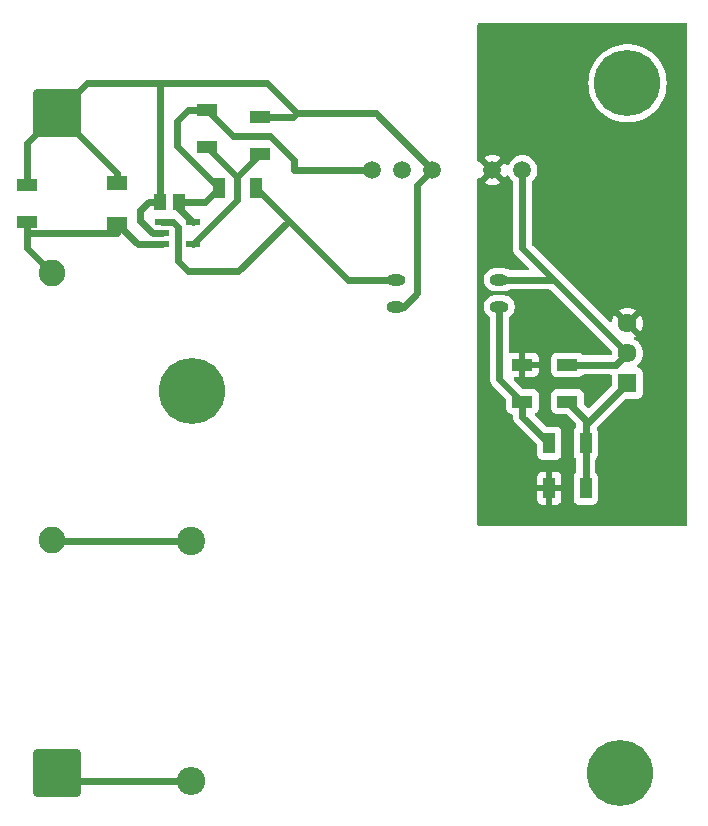
<source format=gbr>
%TF.GenerationSoftware,KiCad,Pcbnew,8.0.0*%
%TF.CreationDate,2024-04-17T18:34:43+02:00*%
%TF.ProjectId,TSAC_Voltage_Sensor,54534143-5f56-46f6-9c74-6167655f5365,rev?*%
%TF.SameCoordinates,Original*%
%TF.FileFunction,Copper,L1,Top*%
%TF.FilePolarity,Positive*%
%FSLAX46Y46*%
G04 Gerber Fmt 4.6, Leading zero omitted, Abs format (unit mm)*
G04 Created by KiCad (PCBNEW 8.0.0) date 2024-04-17 18:34:43*
%MOMM*%
%LPD*%
G01*
G04 APERTURE LIST*
G04 Aperture macros list*
%AMRoundRect*
0 Rectangle with rounded corners*
0 $1 Rounding radius*
0 $2 $3 $4 $5 $6 $7 $8 $9 X,Y pos of 4 corners*
0 Add a 4 corners polygon primitive as box body*
4,1,4,$2,$3,$4,$5,$6,$7,$8,$9,$2,$3,0*
0 Add four circle primitives for the rounded corners*
1,1,$1+$1,$2,$3*
1,1,$1+$1,$4,$5*
1,1,$1+$1,$6,$7*
1,1,$1+$1,$8,$9*
0 Add four rect primitives between the rounded corners*
20,1,$1+$1,$2,$3,$4,$5,0*
20,1,$1+$1,$4,$5,$6,$7,0*
20,1,$1+$1,$6,$7,$8,$9,0*
20,1,$1+$1,$8,$9,$2,$3,0*%
G04 Aperture macros list end*
%TA.AperFunction,ComponentPad*%
%ADD10C,5.600000*%
%TD*%
%TA.AperFunction,SMDPad,CuDef*%
%ADD11R,1.700000X1.300000*%
%TD*%
%TA.AperFunction,SMDPad,CuDef*%
%ADD12R,1.800000X1.050000*%
%TD*%
%TA.AperFunction,SMDPad,CuDef*%
%ADD13O,1.600000X0.950000*%
%TD*%
%TA.AperFunction,SMDPad,CuDef*%
%ADD14R,1.150000X0.600000*%
%TD*%
%TA.AperFunction,ComponentPad*%
%ADD15R,1.610000X1.610000*%
%TD*%
%TA.AperFunction,ComponentPad*%
%ADD16C,1.610000*%
%TD*%
%TA.AperFunction,ComponentPad*%
%ADD17RoundRect,0.250000X-1.750000X-1.750000X1.750000X-1.750000X1.750000X1.750000X-1.750000X1.750000X0*%
%TD*%
%TA.AperFunction,SMDPad,CuDef*%
%ADD18R,1.050000X1.800000*%
%TD*%
%TA.AperFunction,ComponentPad*%
%ADD19C,2.250000*%
%TD*%
%TA.AperFunction,SMDPad,CuDef*%
%ADD20R,1.070000X1.470000*%
%TD*%
%TA.AperFunction,ComponentPad*%
%ADD21C,2.400000*%
%TD*%
%TA.AperFunction,ComponentPad*%
%ADD22O,2.400000X2.400000*%
%TD*%
%TA.AperFunction,ComponentPad*%
%ADD23C,1.500000*%
%TD*%
%TA.AperFunction,Conductor*%
%ADD24C,0.600000*%
%TD*%
G04 APERTURE END LIST*
D10*
%TO.P,,1*%
%TO.N,N/C*%
X132080000Y-60960000D03*
%TD*%
D11*
%TO.P,Z1,1*%
%TO.N,Net-(CP1-IN-)*%
X88900000Y-72870000D03*
%TO.P,Z1,2*%
%TO.N,0*%
X88900000Y-69370000D03*
%TD*%
D12*
%TO.P,R8,1*%
%TO.N,Exit*%
X127000000Y-87910000D03*
%TO.P,R8,2*%
%TO.N,+5VA*%
X127000000Y-84810000D03*
%TD*%
D13*
%TO.P,K1,1,+_CONTROL*%
%TO.N,Comp*%
X112440000Y-77597000D03*
%TO.P,K1,2,-_CONTROL*%
%TO.N,0*%
X112440000Y-79883000D03*
%TO.P,K1,3,LOAD_1*%
%TO.N,Raw_Exit*%
X121240000Y-79883000D03*
%TO.P,K1,4,LOAD_2*%
%TO.N,+5VA*%
X121240000Y-77597000D03*
%TD*%
D10*
%TO.P,,1*%
%TO.N,N/C*%
X95250000Y-86995000D03*
%TD*%
D14*
%TO.P,CP1,1,OUT*%
%TO.N,Comp*%
X92680000Y-72710000D03*
%TO.P,CP1,2,VCC-*%
%TO.N,0*%
X92680000Y-73660000D03*
%TO.P,CP1,3,IN-*%
%TO.N,Net-(CP1-IN-)*%
X92680000Y-74610000D03*
%TO.P,CP1,4,IN+*%
%TO.N,Net-(CP1-IN+)*%
X95280000Y-74610000D03*
%TO.P,CP1,5,VCC+*%
%TO.N,+5V*%
X95280000Y-72710000D03*
%TD*%
D12*
%TO.P,R7,1*%
%TO.N,GND*%
X123190000Y-84810000D03*
%TO.P,R7,2*%
%TO.N,Raw_Exit*%
X123190000Y-87910000D03*
%TD*%
D10*
%TO.P,,1*%
%TO.N,N/C*%
X131445000Y-119380000D03*
%TD*%
D15*
%TO.P,J1,1,1*%
%TO.N,Exit*%
X132080000Y-86360000D03*
D16*
%TO.P,J1,2,2*%
%TO.N,+5VA*%
X132080000Y-83820000D03*
%TO.P,J1,3,3*%
%TO.N,GND*%
X132080000Y-81280000D03*
%TD*%
D17*
%TO.P,TP2,1,1*%
%TO.N,0*%
X83820000Y-63500000D03*
%TD*%
D18*
%TO.P,R4,1*%
%TO.N,Raw_Exit*%
X125450000Y-91440000D03*
%TO.P,R4,2*%
%TO.N,Exit*%
X128550000Y-91440000D03*
%TD*%
D17*
%TO.P,TP1,1,1*%
%TO.N,+BATT*%
X83820000Y-119380000D03*
%TD*%
D12*
%TO.P,R5,1*%
%TO.N,0*%
X81280000Y-69570000D03*
%TO.P,R5,2*%
%TO.N,Net-(CP1-IN-)*%
X81280000Y-72670000D03*
%TD*%
D19*
%TO.P,F1,1*%
%TO.N,Net-(F1-Pad1)*%
X83339117Y-99600885D03*
%TO.P,F1,2*%
%TO.N,Net-(CP1-IN-)*%
X83339117Y-77000885D03*
%TD*%
D12*
%TO.P,R3,1*%
%TO.N,Net-(CP1-IN+)*%
X100965000Y-66955000D03*
%TO.P,R3,2*%
%TO.N,0*%
X100965000Y-63855000D03*
%TD*%
D18*
%TO.P,R6,1*%
%TO.N,Comp*%
X100585212Y-69799441D03*
%TO.P,R6,2*%
%TO.N,+5V*%
X97485212Y-69799441D03*
%TD*%
D20*
%TO.P,C1,1*%
%TO.N,0*%
X92507966Y-71013855D03*
%TO.P,C1,2*%
%TO.N,+5V*%
X94147966Y-71013855D03*
%TD*%
D12*
%TO.P,R2,1*%
%TO.N,Net-(CP1-IN+)*%
X96520000Y-66320000D03*
%TO.P,R2,2*%
%TO.N,+5V*%
X96520000Y-63220000D03*
%TD*%
D18*
%TO.P,R9,1*%
%TO.N,GND*%
X125450000Y-95250000D03*
%TO.P,R9,2*%
%TO.N,Exit*%
X128550000Y-95250000D03*
%TD*%
D21*
%TO.P,R1,1*%
%TO.N,Net-(F1-Pad1)*%
X95085306Y-99757822D03*
D22*
%TO.P,R1,2*%
%TO.N,+BATT*%
X95085306Y-120077822D03*
%TD*%
D23*
%TO.P,PS1,1,VIN*%
%TO.N,+5VA*%
X123190000Y-68315000D03*
%TO.P,PS1,2,GND*%
%TO.N,GND*%
X120650000Y-68315000D03*
%TO.P,PS1,4,0V*%
%TO.N,0*%
X115570000Y-68315000D03*
%TO.P,PS1,5,NO_PIN*%
%TO.N,unconnected-(PS1-NO_PIN-Pad5)*%
X113030000Y-68315000D03*
%TO.P,PS1,6,+VO*%
%TO.N,+5V*%
X110490000Y-68315000D03*
%TD*%
D24*
%TO.N,Comp*%
X103296306Y-72510535D02*
X100585212Y-69799441D01*
X94882187Y-76857634D02*
X99137991Y-76857634D01*
X92680000Y-72710000D02*
X93605000Y-72710000D01*
X103296306Y-72699319D02*
X103296306Y-72510535D01*
X112440000Y-77597000D02*
X108382771Y-77597000D01*
X93995868Y-75971315D02*
X94882187Y-76857634D01*
X93995868Y-73100868D02*
X93995868Y-75971315D01*
X99137991Y-76857634D02*
X103296306Y-72699319D01*
X93605000Y-72710000D02*
X93995868Y-73100868D01*
X108382771Y-77597000D02*
X100585212Y-69799441D01*
%TO.N,0*%
X110755000Y-63500000D02*
X104140000Y-63500000D01*
X114300000Y-78740000D02*
X113157000Y-79883000D01*
X104140000Y-63500000D02*
X101600000Y-60960000D01*
X88900000Y-68580000D02*
X88900000Y-69370000D01*
X92646125Y-60960000D02*
X86360000Y-60960000D01*
X103785000Y-63855000D02*
X100965000Y-63855000D01*
X113157000Y-79883000D02*
X112440000Y-79883000D01*
X91567565Y-70988805D02*
X92482916Y-70988805D01*
X83820000Y-63500000D02*
X88900000Y-68580000D01*
X83820000Y-63500000D02*
X81280000Y-66040000D01*
X92507966Y-61098159D02*
X92646125Y-60960000D01*
X101600000Y-60960000D02*
X92646125Y-60960000D01*
X115570000Y-68315000D02*
X110755000Y-63500000D01*
X115570000Y-68315000D02*
X114300000Y-69585000D01*
X92680000Y-73660000D02*
X91899028Y-73660000D01*
X86360000Y-60960000D02*
X83820000Y-63500000D01*
X81280000Y-66040000D02*
X81280000Y-69570000D01*
X104140000Y-63500000D02*
X103785000Y-63855000D01*
X92507966Y-71013855D02*
X92507966Y-61098159D01*
X114300000Y-69585000D02*
X114300000Y-78740000D01*
X90846148Y-72607120D02*
X90846148Y-71710222D01*
X91899028Y-73660000D02*
X90846148Y-72607120D01*
X90846148Y-71710222D02*
X91567565Y-70988805D01*
%TO.N,+5V*%
X93980000Y-64135000D02*
X93980000Y-66294229D01*
X103875000Y-67440000D02*
X101840000Y-65405000D01*
X98705000Y-65405000D02*
X96520000Y-63220000D01*
X96270798Y-71013855D02*
X97485212Y-69799441D01*
X110490000Y-68315000D02*
X103875000Y-68315000D01*
X96520000Y-63220000D02*
X94895000Y-63220000D01*
X94147966Y-71577966D02*
X95280000Y-72710000D01*
X93980000Y-66294229D02*
X97485212Y-69799441D01*
X94147966Y-71013855D02*
X96270798Y-71013855D01*
X103875000Y-68315000D02*
X103875000Y-67440000D01*
X94895000Y-63220000D02*
X93980000Y-64135000D01*
X94147966Y-71013855D02*
X94147966Y-71577966D01*
X101840000Y-65405000D02*
X98705000Y-65405000D01*
%TO.N,Exit*%
X128550000Y-91440000D02*
X128550000Y-89460000D01*
X128550000Y-91440000D02*
X128550000Y-89890000D01*
X128550000Y-89890000D02*
X132080000Y-86360000D01*
X128550000Y-89460000D02*
X127000000Y-87910000D01*
X128550000Y-95250000D02*
X128550000Y-91440000D01*
%TO.N,+5VA*%
X121240000Y-77597000D02*
X125857000Y-77597000D01*
X127000000Y-84810000D02*
X131090000Y-84810000D01*
X131090000Y-84810000D02*
X132080000Y-83820000D01*
X125857000Y-77597000D02*
X132080000Y-83820000D01*
X123190000Y-74930000D02*
X125857000Y-77597000D01*
X123190000Y-68315000D02*
X123190000Y-74930000D01*
%TO.N,GND*%
X120650000Y-68315000D02*
X121152500Y-67812500D01*
%TO.N,+BATT*%
X84517822Y-120077822D02*
X95085306Y-120077822D01*
%TO.N,Net-(F1-Pad1)*%
X95085306Y-99757822D02*
X83496054Y-99757822D01*
%TO.N,Net-(CP1-IN-)*%
X88900000Y-72870000D02*
X90640000Y-74610000D01*
X88900000Y-73660000D02*
X81280000Y-73660000D01*
X81280000Y-72670000D02*
X81280000Y-73660000D01*
X88900000Y-72870000D02*
X88900000Y-73660000D01*
X83339117Y-77000885D02*
X81280000Y-74941768D01*
X81280000Y-74941768D02*
X81280000Y-72670000D01*
X90640000Y-74610000D02*
X92680000Y-74610000D01*
%TO.N,Net-(CP1-IN+)*%
X99060000Y-70830000D02*
X99060000Y-68860000D01*
X95280000Y-74610000D02*
X99060000Y-70830000D01*
X99060000Y-68860000D02*
X100965000Y-66955000D01*
X99060000Y-68860000D02*
X96520000Y-66320000D01*
%TO.N,Raw_Exit*%
X123190000Y-87910000D02*
X123190000Y-89180000D01*
X121240000Y-79883000D02*
X121240000Y-85960000D01*
X123190000Y-89180000D02*
X125450000Y-91440000D01*
X121240000Y-85960000D02*
X123190000Y-87910000D01*
%TD*%
%TA.AperFunction,Conductor*%
%TO.N,GND*%
G36*
X137102121Y-55900002D02*
G01*
X137148614Y-55953658D01*
X137160000Y-56006000D01*
X137160000Y-98299000D01*
X137139998Y-98367121D01*
X137086342Y-98413614D01*
X137034000Y-98425000D01*
X119506000Y-98425000D01*
X119437879Y-98404998D01*
X119391386Y-98351342D01*
X119380000Y-98299000D01*
X119380000Y-95504000D01*
X124417000Y-95504000D01*
X124417000Y-96198597D01*
X124423505Y-96259093D01*
X124474555Y-96395964D01*
X124474555Y-96395965D01*
X124562095Y-96512904D01*
X124679034Y-96600444D01*
X124815906Y-96651494D01*
X124876402Y-96657999D01*
X124876415Y-96658000D01*
X125196000Y-96658000D01*
X125196000Y-95504000D01*
X125704000Y-95504000D01*
X125704000Y-96658000D01*
X126023585Y-96658000D01*
X126023597Y-96657999D01*
X126084093Y-96651494D01*
X126220964Y-96600444D01*
X126220965Y-96600444D01*
X126337904Y-96512904D01*
X126425444Y-96395965D01*
X126425444Y-96395964D01*
X126476494Y-96259093D01*
X126482999Y-96198597D01*
X126483000Y-96198585D01*
X126483000Y-95504000D01*
X125704000Y-95504000D01*
X125196000Y-95504000D01*
X124417000Y-95504000D01*
X119380000Y-95504000D01*
X119380000Y-94996000D01*
X124417000Y-94996000D01*
X125196000Y-94996000D01*
X125196000Y-93842000D01*
X125704000Y-93842000D01*
X125704000Y-94996000D01*
X126483000Y-94996000D01*
X126483000Y-94301414D01*
X126482999Y-94301402D01*
X126476494Y-94240906D01*
X126425444Y-94104035D01*
X126425444Y-94104034D01*
X126337904Y-93987095D01*
X126220965Y-93899555D01*
X126084093Y-93848505D01*
X126023597Y-93842000D01*
X125704000Y-93842000D01*
X125196000Y-93842000D01*
X124876402Y-93842000D01*
X124815906Y-93848505D01*
X124679035Y-93899555D01*
X124679034Y-93899555D01*
X124562095Y-93987095D01*
X124474555Y-94104034D01*
X124474555Y-94104035D01*
X124423505Y-94240906D01*
X124417000Y-94301402D01*
X124417000Y-94996000D01*
X119380000Y-94996000D01*
X119380000Y-79979868D01*
X119931500Y-79979868D01*
X119943754Y-80041472D01*
X119969295Y-80169876D01*
X120043433Y-80348862D01*
X120151065Y-80509945D01*
X120288055Y-80646935D01*
X120375502Y-80705365D01*
X120421029Y-80759840D01*
X120431500Y-80810129D01*
X120431500Y-86039630D01*
X120462570Y-86195831D01*
X120488000Y-86257224D01*
X120523516Y-86342968D01*
X120611997Y-86475389D01*
X121744596Y-87607987D01*
X121778620Y-87670298D01*
X121781500Y-87697081D01*
X121781500Y-88483649D01*
X121788009Y-88544196D01*
X121788011Y-88544204D01*
X121839110Y-88681202D01*
X121839112Y-88681207D01*
X121926738Y-88798261D01*
X122043792Y-88885887D01*
X122043794Y-88885888D01*
X122043796Y-88885889D01*
X122076358Y-88898034D01*
X122180795Y-88936988D01*
X122180803Y-88936990D01*
X122241350Y-88943499D01*
X122241355Y-88943499D01*
X122241362Y-88943500D01*
X122255500Y-88943500D01*
X122323621Y-88963502D01*
X122370114Y-89017158D01*
X122381500Y-89069500D01*
X122381500Y-89259630D01*
X122412570Y-89415831D01*
X122443043Y-89489399D01*
X122473516Y-89562968D01*
X122561997Y-89695389D01*
X122561999Y-89695391D01*
X124379595Y-91512987D01*
X124413621Y-91575299D01*
X124416500Y-91602082D01*
X124416500Y-92388649D01*
X124423009Y-92449196D01*
X124423011Y-92449204D01*
X124474110Y-92586202D01*
X124474112Y-92586207D01*
X124561738Y-92703261D01*
X124678792Y-92790887D01*
X124678794Y-92790888D01*
X124678796Y-92790889D01*
X124737875Y-92812924D01*
X124815795Y-92841988D01*
X124815803Y-92841990D01*
X124876350Y-92848499D01*
X124876355Y-92848499D01*
X124876362Y-92848500D01*
X124876368Y-92848500D01*
X126023632Y-92848500D01*
X126023638Y-92848500D01*
X126023645Y-92848499D01*
X126023649Y-92848499D01*
X126084196Y-92841990D01*
X126084199Y-92841989D01*
X126084201Y-92841989D01*
X126221204Y-92790889D01*
X126233071Y-92782006D01*
X126338261Y-92703261D01*
X126425887Y-92586207D01*
X126425887Y-92586206D01*
X126425889Y-92586204D01*
X126476989Y-92449201D01*
X126483500Y-92388638D01*
X126483500Y-90491362D01*
X126483499Y-90491350D01*
X126476990Y-90430803D01*
X126476988Y-90430795D01*
X126425889Y-90293797D01*
X126425887Y-90293792D01*
X126338261Y-90176738D01*
X126221207Y-90089112D01*
X126221202Y-90089110D01*
X126084204Y-90038011D01*
X126084196Y-90038009D01*
X126023649Y-90031500D01*
X126023638Y-90031500D01*
X125237082Y-90031500D01*
X125168961Y-90011498D01*
X125147987Y-89994595D01*
X124258577Y-89105185D01*
X124224551Y-89042873D01*
X124229616Y-88972058D01*
X124272163Y-88915222D01*
X124303634Y-88898036D01*
X124336204Y-88885889D01*
X124453261Y-88798261D01*
X124540889Y-88681204D01*
X124591989Y-88544201D01*
X124598500Y-88483638D01*
X124598500Y-87336362D01*
X124598499Y-87336350D01*
X124591990Y-87275803D01*
X124591988Y-87275795D01*
X124540889Y-87138797D01*
X124540887Y-87138792D01*
X124453261Y-87021738D01*
X124336207Y-86934112D01*
X124336202Y-86934110D01*
X124199204Y-86883011D01*
X124199196Y-86883009D01*
X124138649Y-86876500D01*
X124138638Y-86876500D01*
X123352081Y-86876500D01*
X123283960Y-86856498D01*
X123262990Y-86839599D01*
X122481485Y-86058093D01*
X122447461Y-85995783D01*
X122452526Y-85924967D01*
X122495073Y-85868132D01*
X122561593Y-85843321D01*
X122570582Y-85843000D01*
X122936000Y-85843000D01*
X122936000Y-85064000D01*
X123444000Y-85064000D01*
X123444000Y-85843000D01*
X124138585Y-85843000D01*
X124138597Y-85842999D01*
X124199093Y-85836494D01*
X124335964Y-85785444D01*
X124335965Y-85785444D01*
X124452904Y-85697904D01*
X124540444Y-85580965D01*
X124540444Y-85580964D01*
X124591494Y-85444093D01*
X124597999Y-85383597D01*
X124598000Y-85383585D01*
X124598000Y-85064000D01*
X123444000Y-85064000D01*
X122936000Y-85064000D01*
X122936000Y-83777000D01*
X123444000Y-83777000D01*
X123444000Y-84556000D01*
X124598000Y-84556000D01*
X124598000Y-84236414D01*
X124597999Y-84236402D01*
X124591494Y-84175906D01*
X124540444Y-84039035D01*
X124540444Y-84039034D01*
X124452904Y-83922095D01*
X124335965Y-83834555D01*
X124199093Y-83783505D01*
X124138597Y-83777000D01*
X123444000Y-83777000D01*
X122936000Y-83777000D01*
X122241397Y-83777000D01*
X122187968Y-83782745D01*
X122118100Y-83770139D01*
X122066138Y-83721761D01*
X122048500Y-83657467D01*
X122048500Y-80810129D01*
X122068502Y-80742008D01*
X122104496Y-80705365D01*
X122191945Y-80646935D01*
X122328935Y-80509945D01*
X122436567Y-80348862D01*
X122510705Y-80169876D01*
X122548500Y-79979866D01*
X122548500Y-79786134D01*
X122510705Y-79596124D01*
X122436567Y-79417138D01*
X122328935Y-79256055D01*
X122191945Y-79119065D01*
X122030862Y-79011433D01*
X121851876Y-78937295D01*
X121661868Y-78899500D01*
X121661866Y-78899500D01*
X120818134Y-78899500D01*
X120818131Y-78899500D01*
X120628123Y-78937295D01*
X120628118Y-78937297D01*
X120449137Y-79011433D01*
X120288059Y-79119062D01*
X120288052Y-79119067D01*
X120151067Y-79256052D01*
X120151062Y-79256059D01*
X120043433Y-79417137D01*
X119969297Y-79596118D01*
X119969295Y-79596123D01*
X119931500Y-79786131D01*
X119931500Y-79979868D01*
X119380000Y-79979868D01*
X119380000Y-69094129D01*
X119400002Y-69026008D01*
X119453658Y-68979515D01*
X119523932Y-68969411D01*
X119588512Y-68998905D01*
X119595544Y-69006702D01*
X119598800Y-69006987D01*
X120125016Y-68480771D01*
X120137482Y-68527292D01*
X120209890Y-68652708D01*
X120312292Y-68755110D01*
X120437708Y-68827518D01*
X120484226Y-68839982D01*
X119958011Y-69366197D01*
X119958011Y-69366198D01*
X120018597Y-69408621D01*
X120218092Y-69501647D01*
X120218096Y-69501649D01*
X120430712Y-69558619D01*
X120650000Y-69577804D01*
X120869287Y-69558619D01*
X121081903Y-69501649D01*
X121081907Y-69501647D01*
X121281399Y-69408622D01*
X121341987Y-69366197D01*
X121341987Y-69366196D01*
X120815773Y-68839982D01*
X120862292Y-68827518D01*
X120987708Y-68755110D01*
X121090110Y-68652708D01*
X121162518Y-68527292D01*
X121174982Y-68480773D01*
X121701196Y-69006987D01*
X121701197Y-69006987D01*
X121743622Y-68946399D01*
X121805529Y-68813640D01*
X121852446Y-68760355D01*
X121920723Y-68740894D01*
X121988683Y-68761436D01*
X122033919Y-68813640D01*
X122095944Y-68946654D01*
X122138190Y-69006987D01*
X122222251Y-69127038D01*
X122222254Y-69127042D01*
X122344595Y-69249383D01*
X122378621Y-69311695D01*
X122381500Y-69338478D01*
X122381500Y-75009630D01*
X122412570Y-75165831D01*
X122443043Y-75239399D01*
X122473516Y-75312968D01*
X122561997Y-75445389D01*
X122561999Y-75445391D01*
X123690013Y-76573405D01*
X123724039Y-76635717D01*
X123718974Y-76706532D01*
X123676427Y-76763368D01*
X123609907Y-76788179D01*
X123600918Y-76788500D01*
X122163470Y-76788500D01*
X122095349Y-76768498D01*
X122093468Y-76767265D01*
X122030862Y-76725433D01*
X121851881Y-76651297D01*
X121851876Y-76651295D01*
X121661868Y-76613500D01*
X121661866Y-76613500D01*
X120818134Y-76613500D01*
X120818131Y-76613500D01*
X120628123Y-76651295D01*
X120628118Y-76651297D01*
X120449137Y-76725433D01*
X120288059Y-76833062D01*
X120288052Y-76833067D01*
X120151067Y-76970052D01*
X120151062Y-76970059D01*
X120043433Y-77131137D01*
X119969297Y-77310118D01*
X119969295Y-77310123D01*
X119931500Y-77500131D01*
X119931500Y-77500134D01*
X119931500Y-77693866D01*
X119969295Y-77883876D01*
X120043433Y-78062862D01*
X120151065Y-78223945D01*
X120288055Y-78360935D01*
X120449138Y-78468567D01*
X120628124Y-78542705D01*
X120818134Y-78580500D01*
X120818135Y-78580500D01*
X121661865Y-78580500D01*
X121661866Y-78580500D01*
X121851876Y-78542705D01*
X122030862Y-78468567D01*
X122093468Y-78426734D01*
X122161221Y-78405520D01*
X122163470Y-78405500D01*
X125469918Y-78405500D01*
X125538039Y-78425502D01*
X125559013Y-78442405D01*
X130734024Y-83617416D01*
X130768050Y-83679728D01*
X130770450Y-83717491D01*
X130761483Y-83819999D01*
X130761483Y-83820000D01*
X130762717Y-83834111D01*
X130765378Y-83864519D01*
X130751388Y-83934124D01*
X130701989Y-83985116D01*
X130639857Y-84001500D01*
X128386040Y-84001500D01*
X128317919Y-83981498D01*
X128285171Y-83951008D01*
X128263260Y-83921738D01*
X128146207Y-83834112D01*
X128146202Y-83834110D01*
X128009204Y-83783011D01*
X128009196Y-83783009D01*
X127948649Y-83776500D01*
X127948638Y-83776500D01*
X126051362Y-83776500D01*
X126051350Y-83776500D01*
X125990803Y-83783009D01*
X125990795Y-83783011D01*
X125853797Y-83834110D01*
X125853792Y-83834112D01*
X125736738Y-83921738D01*
X125649112Y-84038792D01*
X125649110Y-84038797D01*
X125598011Y-84175795D01*
X125598009Y-84175803D01*
X125591500Y-84236350D01*
X125591500Y-85383649D01*
X125598009Y-85444196D01*
X125598011Y-85444204D01*
X125649110Y-85581202D01*
X125649112Y-85581207D01*
X125736738Y-85698261D01*
X125853792Y-85785887D01*
X125853794Y-85785888D01*
X125853796Y-85785889D01*
X125912875Y-85807924D01*
X125990795Y-85836988D01*
X125990803Y-85836990D01*
X126051350Y-85843499D01*
X126051355Y-85843499D01*
X126051362Y-85843500D01*
X126051368Y-85843500D01*
X127948632Y-85843500D01*
X127948638Y-85843500D01*
X127948645Y-85843499D01*
X127948649Y-85843499D01*
X128009196Y-85836990D01*
X128009199Y-85836989D01*
X128009201Y-85836989D01*
X128146204Y-85785889D01*
X128146799Y-85785444D01*
X128201493Y-85744500D01*
X128263261Y-85698261D01*
X128285171Y-85668991D01*
X128342006Y-85626445D01*
X128386040Y-85618500D01*
X130640500Y-85618500D01*
X130708621Y-85638502D01*
X130755114Y-85692158D01*
X130766500Y-85744500D01*
X130766500Y-86477918D01*
X130746498Y-86546039D01*
X130729595Y-86567013D01*
X128854095Y-88442513D01*
X128791783Y-88476539D01*
X128720968Y-88471474D01*
X128675905Y-88442513D01*
X128445405Y-88212013D01*
X128411379Y-88149701D01*
X128408500Y-88122918D01*
X128408500Y-87336367D01*
X128408499Y-87336350D01*
X128401990Y-87275803D01*
X128401988Y-87275795D01*
X128350889Y-87138797D01*
X128350887Y-87138792D01*
X128263261Y-87021738D01*
X128146207Y-86934112D01*
X128146202Y-86934110D01*
X128009204Y-86883011D01*
X128009196Y-86883009D01*
X127948649Y-86876500D01*
X127948638Y-86876500D01*
X126051362Y-86876500D01*
X126051350Y-86876500D01*
X125990803Y-86883009D01*
X125990795Y-86883011D01*
X125853797Y-86934110D01*
X125853792Y-86934112D01*
X125736738Y-87021738D01*
X125649112Y-87138792D01*
X125649110Y-87138797D01*
X125598011Y-87275795D01*
X125598009Y-87275803D01*
X125591500Y-87336350D01*
X125591500Y-88483649D01*
X125598009Y-88544196D01*
X125598011Y-88544204D01*
X125649110Y-88681202D01*
X125649112Y-88681207D01*
X125736738Y-88798261D01*
X125853792Y-88885887D01*
X125853794Y-88885888D01*
X125853796Y-88885889D01*
X125886358Y-88898034D01*
X125990795Y-88936988D01*
X125990803Y-88936990D01*
X126051350Y-88943499D01*
X126051355Y-88943499D01*
X126051362Y-88943500D01*
X126837918Y-88943500D01*
X126906039Y-88963502D01*
X126927013Y-88980405D01*
X127704595Y-89757987D01*
X127738621Y-89820299D01*
X127741500Y-89847082D01*
X127741500Y-90053959D01*
X127721498Y-90122080D01*
X127691010Y-90154826D01*
X127661738Y-90176738D01*
X127574112Y-90293792D01*
X127574110Y-90293797D01*
X127523011Y-90430795D01*
X127523009Y-90430803D01*
X127516500Y-90491350D01*
X127516500Y-92388649D01*
X127523009Y-92449196D01*
X127523011Y-92449204D01*
X127574110Y-92586202D01*
X127574112Y-92586207D01*
X127661738Y-92703260D01*
X127661739Y-92703261D01*
X127691008Y-92725171D01*
X127733555Y-92782006D01*
X127741500Y-92826040D01*
X127741500Y-93863959D01*
X127721498Y-93932080D01*
X127691010Y-93964826D01*
X127661738Y-93986738D01*
X127574112Y-94103792D01*
X127574110Y-94103797D01*
X127523011Y-94240795D01*
X127523009Y-94240803D01*
X127516500Y-94301350D01*
X127516500Y-96198649D01*
X127523009Y-96259196D01*
X127523011Y-96259204D01*
X127574110Y-96396202D01*
X127574112Y-96396207D01*
X127661738Y-96513261D01*
X127778792Y-96600887D01*
X127778794Y-96600888D01*
X127778796Y-96600889D01*
X127837875Y-96622924D01*
X127915795Y-96651988D01*
X127915803Y-96651990D01*
X127976350Y-96658499D01*
X127976355Y-96658499D01*
X127976362Y-96658500D01*
X127976368Y-96658500D01*
X129123632Y-96658500D01*
X129123638Y-96658500D01*
X129123645Y-96658499D01*
X129123649Y-96658499D01*
X129184196Y-96651990D01*
X129184199Y-96651989D01*
X129184201Y-96651989D01*
X129321204Y-96600889D01*
X129321799Y-96600444D01*
X129438261Y-96513261D01*
X129525887Y-96396207D01*
X129525887Y-96396206D01*
X129525889Y-96396204D01*
X129576989Y-96259201D01*
X129583500Y-96198638D01*
X129583500Y-94301362D01*
X129577001Y-94240906D01*
X129576990Y-94240803D01*
X129576988Y-94240795D01*
X129525978Y-94104035D01*
X129525889Y-94103796D01*
X129525888Y-94103794D01*
X129525887Y-94103792D01*
X129438261Y-93986738D01*
X129408990Y-93964826D01*
X129366444Y-93907990D01*
X129358500Y-93863959D01*
X129358500Y-92826040D01*
X129378502Y-92757919D01*
X129408990Y-92725172D01*
X129438261Y-92703261D01*
X129525889Y-92586204D01*
X129576989Y-92449201D01*
X129583500Y-92388638D01*
X129583500Y-90491362D01*
X129583499Y-90491350D01*
X129576990Y-90430803D01*
X129576988Y-90430795D01*
X129525889Y-90293797D01*
X129525886Y-90293791D01*
X129490158Y-90246065D01*
X129465346Y-90179545D01*
X129480437Y-90110171D01*
X129501926Y-90081464D01*
X131872987Y-87710405D01*
X131935299Y-87676379D01*
X131962082Y-87673500D01*
X132933632Y-87673500D01*
X132933638Y-87673500D01*
X132933645Y-87673499D01*
X132933649Y-87673499D01*
X132994196Y-87666990D01*
X132994199Y-87666989D01*
X132994201Y-87666989D01*
X133131204Y-87615889D01*
X133141763Y-87607985D01*
X133248261Y-87528261D01*
X133335887Y-87411207D01*
X133335887Y-87411206D01*
X133335889Y-87411204D01*
X133379960Y-87293045D01*
X133386988Y-87274204D01*
X133386990Y-87274196D01*
X133393499Y-87213649D01*
X133393500Y-87213632D01*
X133393500Y-85506367D01*
X133393499Y-85506350D01*
X133386990Y-85445803D01*
X133386988Y-85445795D01*
X133335889Y-85308797D01*
X133335887Y-85308792D01*
X133248261Y-85191738D01*
X133131207Y-85104112D01*
X133131202Y-85104110D01*
X132994204Y-85053011D01*
X132994191Y-85053008D01*
X132993711Y-85052957D01*
X132993363Y-85052812D01*
X132986526Y-85051197D01*
X132986787Y-85050088D01*
X132928120Y-85025784D01*
X132887633Y-84967464D01*
X132885103Y-84896512D01*
X132921334Y-84835456D01*
X132926195Y-84831159D01*
X132927513Y-84830052D01*
X132927526Y-84830043D01*
X133090043Y-84667526D01*
X133221869Y-84479259D01*
X133319001Y-84270959D01*
X133378486Y-84048958D01*
X133398517Y-83820000D01*
X133378486Y-83591042D01*
X133319001Y-83369041D01*
X133221869Y-83160742D01*
X133221868Y-83160741D01*
X133221867Y-83160738D01*
X133090049Y-82972482D01*
X133090046Y-82972478D01*
X133090043Y-82972474D01*
X132927526Y-82809957D01*
X132739259Y-82678131D01*
X132708780Y-82663918D01*
X132655496Y-82617002D01*
X132636035Y-82548725D01*
X132656577Y-82480765D01*
X132708781Y-82435529D01*
X132739006Y-82421434D01*
X132739008Y-82421433D01*
X132811478Y-82370690D01*
X132811478Y-82370688D01*
X132233524Y-81792735D01*
X132286502Y-81778540D01*
X132408497Y-81708106D01*
X132508106Y-81608497D01*
X132578540Y-81486502D01*
X132592735Y-81433526D01*
X133170687Y-82011478D01*
X133170690Y-82011478D01*
X133221433Y-81939008D01*
X133221434Y-81939006D01*
X133318527Y-81730790D01*
X133318529Y-81730785D01*
X133377990Y-81508874D01*
X133398014Y-81280000D01*
X133377990Y-81051125D01*
X133318529Y-80829214D01*
X133318527Y-80829209D01*
X133221434Y-80620993D01*
X133170687Y-80548521D01*
X132592735Y-81126473D01*
X132578540Y-81073498D01*
X132508106Y-80951503D01*
X132408497Y-80851894D01*
X132286502Y-80781460D01*
X132233524Y-80767264D01*
X132811478Y-80189310D01*
X132739008Y-80138566D01*
X132530790Y-80041472D01*
X132530785Y-80041470D01*
X132308874Y-79982009D01*
X132080000Y-79961985D01*
X131851125Y-79982009D01*
X131629214Y-80041470D01*
X131629209Y-80041472D01*
X131420989Y-80138567D01*
X131348521Y-80189309D01*
X131348521Y-80189310D01*
X131926475Y-80767264D01*
X131873498Y-80781460D01*
X131751503Y-80851894D01*
X131651894Y-80951503D01*
X131581460Y-81073498D01*
X131567264Y-81126474D01*
X130989311Y-80548521D01*
X130989309Y-80548521D01*
X130938567Y-80620989D01*
X130841472Y-80829209D01*
X130841470Y-80829214D01*
X130782009Y-81051127D01*
X130782008Y-81051134D01*
X130779212Y-81083092D01*
X130753349Y-81149210D01*
X130695845Y-81190850D01*
X130624958Y-81194790D01*
X130564597Y-81161205D01*
X124035405Y-74632013D01*
X124001379Y-74569701D01*
X123998500Y-74542918D01*
X123998500Y-69338478D01*
X124018502Y-69270357D01*
X124035405Y-69249383D01*
X124157745Y-69127042D01*
X124157749Y-69127038D01*
X124284056Y-68946654D01*
X124377120Y-68747076D01*
X124434115Y-68534371D01*
X124453307Y-68315000D01*
X124434115Y-68095629D01*
X124377120Y-67882924D01*
X124284056Y-67683347D01*
X124157749Y-67502962D01*
X124002038Y-67347251D01*
X123821654Y-67220944D01*
X123821650Y-67220942D01*
X123622079Y-67127881D01*
X123622073Y-67127879D01*
X123532178Y-67103791D01*
X123409371Y-67070885D01*
X123190000Y-67051693D01*
X122970629Y-67070885D01*
X122757926Y-67127879D01*
X122757920Y-67127881D01*
X122558346Y-67220944D01*
X122377965Y-67347248D01*
X122377959Y-67347253D01*
X122222253Y-67502959D01*
X122222248Y-67502965D01*
X122095944Y-67683346D01*
X122033919Y-67816359D01*
X121987001Y-67869644D01*
X121918724Y-67889105D01*
X121850764Y-67868563D01*
X121805529Y-67816359D01*
X121743619Y-67683594D01*
X121701199Y-67623011D01*
X121701197Y-67623011D01*
X121174982Y-68149226D01*
X121162518Y-68102708D01*
X121090110Y-67977292D01*
X120987708Y-67874890D01*
X120862292Y-67802482D01*
X120815772Y-67790016D01*
X121341987Y-67263800D01*
X121281403Y-67221379D01*
X121081907Y-67128352D01*
X121081903Y-67128350D01*
X120869287Y-67071380D01*
X120650000Y-67052195D01*
X120430712Y-67071380D01*
X120218096Y-67128350D01*
X120218092Y-67128352D01*
X120018598Y-67221378D01*
X119958010Y-67263801D01*
X120484226Y-67790017D01*
X120437708Y-67802482D01*
X120312292Y-67874890D01*
X120209890Y-67977292D01*
X120137482Y-68102708D01*
X120125017Y-68149226D01*
X119598801Y-67623010D01*
X119589603Y-67623815D01*
X119553757Y-67652469D01*
X119483138Y-67659779D01*
X119419777Y-67627748D01*
X119383792Y-67566547D01*
X119380000Y-67535870D01*
X119380000Y-60960003D01*
X128766641Y-60960003D01*
X128786064Y-61318237D01*
X128844103Y-61672269D01*
X128940084Y-62017959D01*
X128940085Y-62017961D01*
X129072877Y-62351243D01*
X129240925Y-62668215D01*
X129442258Y-62965159D01*
X129674516Y-63238595D01*
X129934962Y-63485304D01*
X129934977Y-63485317D01*
X130220586Y-63702431D01*
X130527995Y-63887393D01*
X130853599Y-64038033D01*
X131193583Y-64152587D01*
X131543958Y-64229711D01*
X131900618Y-64268500D01*
X131900626Y-64268500D01*
X132259374Y-64268500D01*
X132259382Y-64268500D01*
X132616042Y-64229711D01*
X132966417Y-64152587D01*
X133306401Y-64038033D01*
X133632005Y-63887393D01*
X133939414Y-63702431D01*
X134225023Y-63485317D01*
X134485484Y-63238595D01*
X134717742Y-62965159D01*
X134919075Y-62668215D01*
X135087123Y-62351243D01*
X135219915Y-62017961D01*
X135315895Y-61672274D01*
X135373936Y-61318237D01*
X135393359Y-60960000D01*
X135373936Y-60601763D01*
X135315895Y-60247726D01*
X135219915Y-59902039D01*
X135087123Y-59568757D01*
X134919075Y-59251785D01*
X134717742Y-58954841D01*
X134485484Y-58681405D01*
X134485483Y-58681404D01*
X134225037Y-58434695D01*
X134225022Y-58434682D01*
X133939418Y-58217572D01*
X133939412Y-58217568D01*
X133632010Y-58032610D01*
X133632009Y-58032609D01*
X133632005Y-58032607D01*
X133306401Y-57881967D01*
X132966417Y-57767413D01*
X132918915Y-57756956D01*
X132616054Y-57690291D01*
X132616030Y-57690287D01*
X132259389Y-57651500D01*
X132259382Y-57651500D01*
X131900618Y-57651500D01*
X131900610Y-57651500D01*
X131543969Y-57690287D01*
X131543945Y-57690291D01*
X131193587Y-57767412D01*
X131193573Y-57767416D01*
X130853601Y-57881966D01*
X130527989Y-58032610D01*
X130220587Y-58217568D01*
X130220581Y-58217572D01*
X129934977Y-58434682D01*
X129934962Y-58434695D01*
X129674516Y-58681404D01*
X129442256Y-58954843D01*
X129240924Y-59251785D01*
X129240922Y-59251789D01*
X129072876Y-59568759D01*
X129072872Y-59568768D01*
X128940084Y-59902040D01*
X128844103Y-60247730D01*
X128786064Y-60601762D01*
X128766641Y-60959996D01*
X128766641Y-60960003D01*
X119380000Y-60960003D01*
X119380000Y-56006000D01*
X119400002Y-55937879D01*
X119453658Y-55891386D01*
X119506000Y-55880000D01*
X137034000Y-55880000D01*
X137102121Y-55900002D01*
G37*
%TD.AperFunction*%
%TD*%
M02*

</source>
